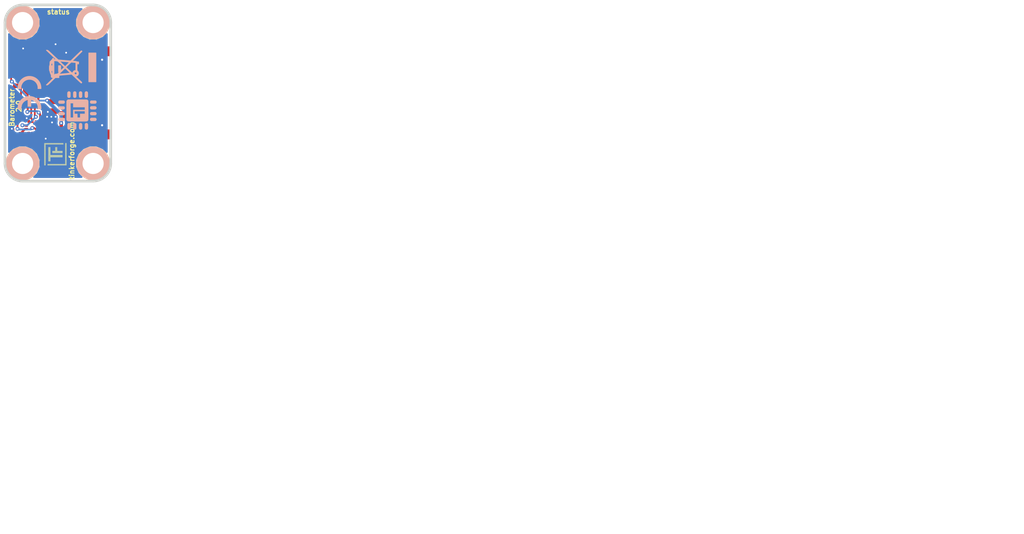
<source format=kicad_pcb>
(kicad_pcb (version 4) (host pcbnew 4.0.2+dfsg1-stable)
  (title_block (title "Barometric Pressure Bricklet") (date 2017-09-14) (rev 2.0) (company "Tinkerforge GmbH") (comment 1 "Licensed under CERN OHL v.1.1") (comment 2 "Copyright (©) 2017, L.Lauer <lukas@tinkerforge.com>"))
  (layers (0 Vorderseite signal) (31 Rückseite signal hide) (34 B.Paste user) (35 F.Paste user) (36 B.SilkS user) (37 F.SilkS user) (38 B.Mask user) (39 F.Mask user) (44 Edge.Cuts user))
  (net 0 "")
  (net 1 GND)
  (net 2 VCC)
  (net 3 "Net-(P1-Pad1)")
  (net 4 "Net-(P1-Pad6)")
  (net 5 "Net-(C1-Pad1)")
  (net 6 "Net-(D1-Pad2)")
  (net 7 "Net-(P1-Pad4)")
  (net 8 "Net-(P1-Pad5)")
  (net 9 "Net-(P2-Pad1)")
  (net 10 "Net-(R1-Pad1)")
  (net 11 S-MISO)
  (net 12 S-MOSI)
  (net 13 S-CLK)
  (net 14 S-CS)
  (net 15 M-MISO)
  (net 16 M-MOSI)
  (net 17 M-CLK)
  (net 18 M-CS)
  (net 19 "Net-(RP2-Pad5)")
  (net 20 "Net-(RP2-Pad6)")
  (net 21 "Net-(RP2-Pad7)")
  (net 22 "Net-(RP2-Pad8)")
  (net 23 "Net-(U1-Pad2)")
  (net 24 "Net-(U1-Pad3)")
  (net 25 "Net-(P3-Pad2)")
  (net 26 "Net-(U1-Pad5)")
  (net 27 "Net-(U1-Pad6)")
  (net 28 "Net-(U1-Pad8)")
  (net 29 "Net-(U1-Pad11)")
  (net 30 "Net-(U1-Pad12)")
  (net 31 "Net-(U1-Pad13)")
  (net 32 "Net-(U1-Pad14)")
  (net 33 INT)
  (net 34 "Net-(U1-Pad21)")
  (module kicad-libraries:DRILL_NP (layer Vorderseite) (at 142.8242 93.12402 90)
    (fp_text reference U6 hide)
    (fp_text value DRILL hide)
    (pad "" np_thru_hole circle (at 0 0 90) (size 2.99974 2.99974) (drill 2.99974) (layers *.Cu *.Mask F.SilkS) (clearance 0.89916))
  )
  (module kicad-libraries:CE_5mm (layer Rückseite) (at 143.8 103.1 270)
    (fp_text reference VAL hide)
    (fp_text value CE_5mm hide)
  )
  (module kicad-libraries:Fiducial_Mark (layer Vorderseite) (at 147.3 114.6)
    (fp_text reference Fiducial_Mark hide)
    (fp_text value VAL** hide)
    (pad 1 smd circle (at 0 0) (size 1.00076 1.00076) (layers Vorderseite F.Paste F.Mask) (clearance 0.65024))
  )
  (module kicad-libraries:Fiducial_Mark (layer Vorderseite) (at 149.3 95.6)
    (fp_text reference Fiducial_Mark hide)
    (fp_text value VAL** hide)
    (pad 1 smd circle (at 0 0) (size 1.00076 1.00076) (layers Vorderseite F.Paste F.Mask) (clearance 0.65024))
  )
  (module kicad-libraries:Logo_31x31 (layer Vorderseite) (at 145.9 113.4 90)
    (fp_text reference G*** hide)
    (fp_text value Logo_31x31 hide)
  )
  (module kicad-libraries:DEBUG_PAD (layer Vorderseite) (at 141.8 102.1)
    (fp_text reference P2)
    (fp_text value CONN_01X01)
    (pad 1 smd circle (at 0 0) (size 0.7 0.7) (layers Vorderseite F.Paste F.Mask) (net 9 "Net-(P2-Pad1)"))
  )
  (module kicad-libraries:QFN24-4x4mm-0.5mm (layer Vorderseite) (at 144.3 100.1 225)
    (fp_text reference U1)
    (fp_text value XMC1XXX24)
    (pad 1 smd oval (at -2.025 -1.25 225) (size 1 0.3) (layers Vorderseite F.Paste F.Mask) (net 11 S-MISO))
    (pad 2 smd oval (at -2.025 -0.75 225) (size 1 0.3) (layers Vorderseite F.Paste F.Mask) (net 23 "Net-(U1-Pad2)"))
    (pad 3 smd oval (at -2.025 -0.25 225) (size 1 0.3) (layers Vorderseite F.Paste F.Mask) (net 24 "Net-(U1-Pad3)"))
    (pad 4 smd oval (at -2.025 0.25 225) (size 1 0.3) (layers Vorderseite F.Paste F.Mask) (net 25 "Net-(P3-Pad2)"))
    (pad 5 smd oval (at -2.025 0.75 225) (size 1 0.3) (layers Vorderseite F.Paste F.Mask) (net 26 "Net-(U1-Pad5)"))
    (pad 6 smd oval (at -2.025 1.25 225) (size 1 0.3) (layers Vorderseite F.Paste F.Mask) (net 27 "Net-(U1-Pad6)"))
    (pad 7 smd oval (at -1.25 2.025 315) (size 1 0.3) (layers Vorderseite F.Paste F.Mask) (net 10 "Net-(R1-Pad1)"))
    (pad 8 smd oval (at -0.75 2.025 315) (size 1 0.3) (layers Vorderseite F.Paste F.Mask) (net 28 "Net-(U1-Pad8)"))
    (pad 9 smd oval (at -0.25 2.025 315) (size 1 0.3) (layers Vorderseite F.Paste F.Mask) (net 1 GND))
    (pad 10 smd oval (at 0.25 2.025 315) (size 1 0.3) (layers Vorderseite F.Paste F.Mask) (net 2 VCC))
    (pad 11 smd oval (at 0.75 2.025 315) (size 1 0.3) (layers Vorderseite F.Paste F.Mask) (net 29 "Net-(U1-Pad11)"))
    (pad 12 smd oval (at 1.25 2.025 315) (size 1 0.3) (layers Vorderseite F.Paste F.Mask) (net 30 "Net-(U1-Pad12)"))
    (pad 13 smd oval (at 2.025 1.25 225) (size 1 0.3) (layers Vorderseite F.Paste F.Mask) (net 31 "Net-(U1-Pad13)"))
    (pad 14 smd oval (at 2.025 0.75 225) (size 1 0.3) (layers Vorderseite F.Paste F.Mask) (net 32 "Net-(U1-Pad14)"))
    (pad 15 smd oval (at 2.025 0.25 225) (size 1 0.3) (layers Vorderseite F.Paste F.Mask) (net 9 "Net-(P2-Pad1)"))
    (pad 16 smd oval (at 2.025 -0.25 225) (size 1 0.3) (layers Vorderseite F.Paste F.Mask) (net 33 INT))
    (pad 17 smd oval (at 2.025 -0.75 225) (size 1 0.3) (layers Vorderseite F.Paste F.Mask) (net 22 "Net-(RP2-Pad8)"))
    (pad 18 smd oval (at 2.025 -1.25 225) (size 1 0.3) (layers Vorderseite F.Paste F.Mask) (net 21 "Net-(RP2-Pad7)"))
    (pad 19 smd oval (at 1.25 -2.025 315) (size 1 0.3) (layers Vorderseite F.Paste F.Mask) (net 20 "Net-(RP2-Pad6)"))
    (pad 20 smd oval (at 0.75 -2.025 315) (size 1 0.3) (layers Vorderseite F.Paste F.Mask) (net 19 "Net-(RP2-Pad5)"))
    (pad 21 smd oval (at 0.25 -2.025 315) (size 1 0.3) (layers Vorderseite F.Paste F.Mask) (net 34 "Net-(U1-Pad21)"))
    (pad 22 smd oval (at -0.25 -2.025 315) (size 1 0.3) (layers Vorderseite F.Paste F.Mask) (net 14 S-CS))
    (pad 23 smd oval (at -0.75 -2.025 315) (size 1 0.3) (layers Vorderseite F.Paste F.Mask) (net 13 S-CLK))
    (pad 24 smd oval (at -1.25 -2.025 315) (size 1 0.3) (layers Vorderseite F.Paste F.Mask) (net 12 S-MOSI))
    (pad EXP smd rect (at 0.65 0.65 225) (size 1.3 1.3) (layers Vorderseite F.Paste F.Mask) (net 1 GND))
    (pad EXP smd rect (at 0.65 -0.65 225) (size 1.3 1.3) (layers Vorderseite F.Paste F.Mask) (net 1 GND))
    (pad EXP smd rect (at -0.65 0.65 225) (size 1.3 1.3) (layers Vorderseite F.Paste F.Mask) (net 1 GND))
    (pad EXP smd rect (at -0.65 -0.65 225) (size 1.3 1.3) (layers Vorderseite F.Paste F.Mask) (net 1 GND))
  )
  (module kicad-libraries:C0402E (layer Vorderseite) (at 149 98.7 90)
    (fp_text reference C1)
    (fp_text value 220pF)
    (pad 1 smd rect (at -0.65 0 90) (size 0.7 0.9) (layers Vorderseite F.Paste F.Mask) (net 5 "Net-(C1-Pad1)"))
    (pad 2 smd rect (at 0.65 0 90) (size 0.7 0.9) (layers Vorderseite F.Paste F.Mask) (net 1 GND))
  )
  (module kicad-libraries:C0805 (layer Vorderseite) (at 148.7 105.2 270)
    (fp_text reference C2)
    (fp_text value 10uF)
    (pad 1 smd rect (at -1.00076 0 270) (size 1.00076 1.24968) (layers Vorderseite F.Paste F.Mask) (net 2 VCC) (clearance 0.14986))
    (pad 2 smd rect (at 1.00076 0 270) (size 1.00076 1.24968) (layers Vorderseite F.Paste F.Mask) (net 1 GND) (clearance 0.14986))
  )
  (module kicad-libraries:C0603F (layer Vorderseite) (at 147.2 105 270)
    (fp_text reference C3)
    (fp_text value 1uF)
    (pad 1 smd rect (at -0.75 0 270) (size 0.9 0.9) (layers Vorderseite F.Paste F.Mask) (net 2 VCC))
    (pad 2 smd rect (at 0.75 0 270) (size 0.9 0.9) (layers Vorderseite F.Paste F.Mask) (net 1 GND))
  )
  (module kicad-libraries:C0603F (layer Vorderseite) (at 147 108.8 270)
    (fp_text reference C7)
    (fp_text value 1uF)
    (pad 1 smd rect (at -0.75 0 270) (size 0.9 0.9) (layers Vorderseite F.Paste F.Mask) (net 1 GND))
    (pad 2 smd rect (at 0.75 0 270) (size 0.9 0.9) (layers Vorderseite F.Paste F.Mask) (net 2 VCC))
  )
  (module kicad-libraries:D0603E (layer Vorderseite) (at 147.8 92.8)
    (fp_text reference D1)
    (fp_text value blue)
    (pad 1 smd rect (at -0.8501 0) (size 1.1 1) (layers Vorderseite F.Paste F.Mask) (net 2 VCC))
    (pad 2 smd rect (at 0.8501 0) (size 1.1 1) (layers Vorderseite F.Paste F.Mask) (net 6 "Net-(D1-Pad2)"))
  )
  (module kicad-libraries:CON-SENSOR2 (layer Vorderseite) (at 155.3 103.1 90)
    (fp_text reference P1)
    (fp_text value CON-SENSOR2)
    (pad 1 smd rect (at -3.75 -4.6 90) (size 0.6 1.8) (layers Vorderseite F.Paste F.Mask) (net 3 "Net-(P1-Pad1)"))
    (pad 2 smd rect (at -2.5 -4.6 90) (size 0.6 1.8) (layers Vorderseite F.Paste F.Mask) (net 1 GND))
    (pad EP smd rect (at -5.9 -1.2 90) (size 1.4 2.4) (layers Vorderseite F.Paste F.Mask) (net 1 GND))
    (pad EP smd rect (at 5.9 -1.2 90) (size 1.4 2.4) (layers Vorderseite F.Paste F.Mask) (net 1 GND))
    (pad 3 smd rect (at -1.25 -4.6 90) (size 0.6 1.8) (layers Vorderseite F.Paste F.Mask) (net 2 VCC))
    (pad 4 smd rect (at 0 -4.6 90) (size 0.6 1.8) (layers Vorderseite F.Paste F.Mask) (net 7 "Net-(P1-Pad4)"))
    (pad 5 smd rect (at 1.25 -4.6 90) (size 0.6 1.8) (layers Vorderseite F.Paste F.Mask) (net 8 "Net-(P1-Pad5)"))
    (pad 6 smd rect (at 2.5 -4.6 90) (size 0.6 1.8) (layers Vorderseite F.Paste F.Mask) (net 4 "Net-(P1-Pad6)"))
    (pad 7 smd rect (at 3.75 -4.6 90) (size 0.6 1.8) (layers Vorderseite F.Paste F.Mask) (net 5 "Net-(C1-Pad1)"))
  )
  (module kicad-libraries:SolderJumper (layer Vorderseite) (at 147.5 97.2 270)
    (fp_text reference P3)
    (fp_text value BOOT)
    (pad 2 smd rect (at 0.55 0 270) (size 0.3 1.4) (layers Vorderseite F.Mask) (net 25 "Net-(P3-Pad2)"))
    (pad 2 smd rect (at 0.15 0 270) (size 0.6 0.5) (layers Vorderseite F.Mask) (net 25 "Net-(P3-Pad2)"))
    (pad 1 smd rect (at -0.5 0 270) (size 0.4 1.4) (layers Vorderseite F.Mask) (net 1 GND))
    (pad 1 smd rect (at -0.225 0.55 270) (size 0.95 0.3) (layers Vorderseite F.Mask) (net 1 GND))
    (pad 1 smd rect (at -0.225 -0.55 270) (size 0.95 0.3) (layers Vorderseite F.Mask) (net 1 GND))
  )
  (module kicad-libraries:4X0402 (layer Vorderseite) (at 148.3 101.2 90)
    (fp_text reference RP1)
    (fp_text value 82)
    (pad 1 smd rect (at -0.7493 0.575 270) (size 0.29972 0.65) (layers Vorderseite F.Paste F.Mask) (net 7 "Net-(P1-Pad4)"))
    (pad 2 smd rect (at -0.24892 0.575 270) (size 0.29972 0.65) (layers Vorderseite F.Paste F.Mask) (net 8 "Net-(P1-Pad5)"))
    (pad 3 smd rect (at 0.24892 0.575 270) (size 0.29972 0.65) (layers Vorderseite F.Paste F.Mask) (net 4 "Net-(P1-Pad6)"))
    (pad 4 smd rect (at 0.7493 0.575 270) (size 0.29972 0.65) (layers Vorderseite F.Paste F.Mask) (net 5 "Net-(C1-Pad1)"))
    (pad 5 smd rect (at 0.7493 -0.575 90) (size 0.29972 0.65) (layers Vorderseite F.Paste F.Mask) (net 11 S-MISO))
    (pad 6 smd rect (at 0.24892 -0.575 90) (size 0.29972 0.65) (layers Vorderseite F.Paste F.Mask) (net 12 S-MOSI))
    (pad 7 smd rect (at -0.24892 -0.575 90) (size 0.29972 0.65) (layers Vorderseite F.Paste F.Mask) (net 13 S-CLK))
    (pad 8 smd rect (at -0.7493 -0.575 90) (size 0.29972 0.65) (layers Vorderseite F.Paste F.Mask) (net 14 S-CS))
  )
  (module kicad-libraries:HLGA-10L (layer Vorderseite) (at 144.2 108 180)
    (fp_text reference U2)
    (fp_text value LPS22HB)
    (pad 9 smd rect (at 0 -0.81 180) (size 0.35 0.375) (layers Vorderseite F.Paste F.Mask) (net 1 GND))
    (pad 10 smd rect (at 0.5 -0.81 180) (size 0.35 0.375) (layers Vorderseite F.Paste F.Mask) (net 2 VCC))
    (pad 8 smd rect (at -0.5 -0.81 180) (size 0.35 0.375) (layers Vorderseite F.Paste F.Mask) (net 1 GND))
    (pad 4 smd rect (at 0 0.81 180) (size 0.35 0.375) (layers Vorderseite F.Paste F.Mask) (net 16 M-MOSI))
    (pad 3 smd rect (at 0.5 0.81 180) (size 0.35 0.375) (layers Vorderseite F.Paste F.Mask) (net 1 GND))
    (pad 5 smd rect (at -0.5 0.81 180) (size 0.35 0.375) (layers Vorderseite F.Paste F.Mask) (net 15 M-MISO))
    (pad 7 smd rect (at -0.81 -0.25 270) (size 0.35 0.375) (layers Vorderseite F.Paste F.Mask) (net 33 INT))
    (pad 6 smd rect (at -0.81 0.25 270) (size 0.35 0.375) (layers Vorderseite F.Paste F.Mask) (net 18 M-CS))
    (pad 1 smd rect (at 0.81 -0.25 270) (size 0.35 0.375) (layers Vorderseite F.Paste F.Mask) (net 2 VCC))
    (pad 2 smd rect (at 0.81 0.25 270) (size 0.35 0.375) (layers Vorderseite F.Paste F.Mask) (net 17 M-CLK))
  )
  (module kicad-libraries:DRILL_NP (layer Vorderseite) (at 152.82418 93.12402)
    (fp_text reference U3 hide)
    (fp_text value DRILL hide)
    (pad "" np_thru_hole circle (at 0 0) (size 2.99974 2.99974) (drill 2.99974) (layers *.Cu *.Mask F.SilkS) (clearance 0.89916))
  )
  (module kicad-libraries:DRILL_NP (layer Vorderseite) (at 152.82418 113.12398 90)
    (fp_text reference U4 hide)
    (fp_text value DRILL hide)
    (pad "" np_thru_hole circle (at 0 0 90) (size 2.99974 2.99974) (drill 2.99974) (layers *.Cu *.Mask F.SilkS) (clearance 0.89916))
  )
  (module kicad-libraries:DRILL_NP (layer Vorderseite) (at 142.8242 113.12398)
    (fp_text reference U5 hide)
    (fp_text value DRILL hide)
    (pad "" np_thru_hole circle (at 0 0) (size 2.99974 2.99974) (drill 2.99974) (layers *.Cu *.Mask F.SilkS) (clearance 0.89916))
  )
  (module kicad-libraries:C0402E (layer Vorderseite) (at 142 109.1)
    (fp_text reference C5)
    (fp_text value 100nF)
    (pad 1 smd rect (at -0.65 0) (size 0.7 0.9) (layers Vorderseite F.Paste F.Mask) (net 1 GND))
    (pad 2 smd rect (at 0.65 0) (size 0.7 0.9) (layers Vorderseite F.Paste F.Mask) (net 2 VCC))
  )
  (module kicad-libraries:C0402E (layer Vorderseite) (at 144.8 109.6)
    (fp_text reference C6)
    (fp_text value 100nF)
    (pad 1 smd rect (at -0.65 0) (size 0.7 0.9) (layers Vorderseite F.Paste F.Mask) (net 2 VCC))
    (pad 2 smd rect (at 0.65 0) (size 0.7 0.9) (layers Vorderseite F.Paste F.Mask) (net 1 GND))
  )
  (module kicad-libraries:C0402E (layer Vorderseite) (at 141.9 97.8 225)
    (fp_text reference C4)
    (fp_text value 100n)
    (pad 1 smd rect (at -0.65 0 225) (size 0.7 0.9) (layers Vorderseite F.Paste F.Mask) (net 1 GND))
    (pad 2 smd rect (at 0.65 0 225) (size 0.7 0.9) (layers Vorderseite F.Paste F.Mask) (net 2 VCC))
  )
  (module kicad-libraries:4X0402 (layer Vorderseite) (at 144.3 104.5)
    (fp_text reference RP2)
    (fp_text value 82)
    (pad 1 smd rect (at -0.7493 0.575 180) (size 0.29972 0.65) (layers Vorderseite F.Paste F.Mask) (net 15 M-MISO))
    (pad 2 smd rect (at -0.24892 0.575 180) (size 0.29972 0.65) (layers Vorderseite F.Paste F.Mask) (net 16 M-MOSI))
    (pad 3 smd rect (at 0.24892 0.575 180) (size 0.29972 0.65) (layers Vorderseite F.Paste F.Mask) (net 17 M-CLK))
    (pad 4 smd rect (at 0.7493 0.575 180) (size 0.29972 0.65) (layers Vorderseite F.Paste F.Mask) (net 18 M-CS))
    (pad 5 smd rect (at 0.7493 -0.575) (size 0.29972 0.65) (layers Vorderseite F.Paste F.Mask) (net 19 "Net-(RP2-Pad5)"))
    (pad 6 smd rect (at 0.24892 -0.575) (size 0.29972 0.65) (layers Vorderseite F.Paste F.Mask) (net 20 "Net-(RP2-Pad6)"))
    (pad 7 smd rect (at -0.24892 -0.575) (size 0.29972 0.65) (layers Vorderseite F.Paste F.Mask) (net 21 "Net-(RP2-Pad7)"))
    (pad 8 smd rect (at -0.7493 -0.575) (size 0.29972 0.65) (layers Vorderseite F.Paste F.Mask) (net 22 "Net-(RP2-Pad8)"))
  )
  (module kicad-libraries:R0603F (layer Vorderseite) (at 146.9 95.2 45)
    (fp_text reference R1)
    (fp_text value 1k)
    (pad 1 smd rect (at -0.75 0 45) (size 0.9 0.9) (layers Vorderseite F.Paste F.Mask) (net 10 "Net-(R1-Pad1)"))
    (pad 2 smd rect (at 0.75 0 45) (size 0.9 0.9) (layers Vorderseite F.Paste F.Mask) (net 6 "Net-(D1-Pad2)"))
  )
  (module kicad-libraries:WEEE_7mm (layer Rückseite) (at 149.7 99.5 270)
    (fp_text reference VAL hide)
    (fp_text value WEEE_7mm hide)
  )
  (module kicad-libraries:Logo_CoMCU (layer Rückseite) (at 150.6 105.6 270)
    (fp_text reference G*** hide)
    (fp_text value LOGO hide)
  )
  (gr_text status (at 147.9 91.6) (layer F.SilkS) (effects (font (size 0.7 0.7))))
  (gr_text 2.0 (at 142.3 105 90) (layer F.SilkS) (effects (font (size 0.7 0.7))))
  (gr_text tinkerforge.com (at 149.8 111.3 90) (layer F.SilkS) (effects (font (size 0.7 0.7))))
  (gr_line (start 140.32738 93.12402) (end 140.32738 113.12398) (angle 90) (layer Edge.Cuts) (width 0.381))
  (gr_line (start 152.82672 90.62212) (end 142.82674 90.62212) (angle 90) (layer Edge.Cuts) (width 0.381))
  (gr_line (start 155.32608 113.12398) (end 155.32608 93.12402) (angle 90) (layer Edge.Cuts) (width 0.381))
  (gr_line (start 142.82674 115.62334) (end 152.82672 115.62334) (angle 90) (layer Edge.Cuts) (width 0.381))
  (gr_arc (start 152.82672 93.12402) (end 152.82672 90.62212) (angle 90) (layer Edge.Cuts) (width 0.381))
  (gr_arc (start 142.82674 93.12402) (end 140.32738 93.12402) (angle 90) (layer Edge.Cuts) (width 0.381))
  (gr_arc (start 142.82674 113.12398) (end 142.82674 115.62334) (angle 90) (layer Edge.Cuts) (width 0.381))
  (gr_arc (start 152.82672 113.12398) (end 155.32608 113.12398) (angle 90) (layer Edge.Cuts) (width 0.381))
  (gr_text Barometer (at 141.3 105.2 90) (layer F.SilkS) (effects (font (size 0.7 0.7))))
  (segment (start 147 108.05) (end 147 107.3) (width 0.29972) (layer Vorderseite) (net 1))
  (via (at 147 107.3) (size 0.55) (drill 0.25) (layers Vorderseite Rückseite) (net 1))
  (segment (start 145.219239 100.1) (end 145 100.1) (width 0.29972) (layer Vorderseite) (net 1))
  (segment (start 145 100.1) (end 144.3 100.8) (width 0.29972) (layer Vorderseite) (net 1))
  (segment (start 144.3 100.8) (end 144 100.8) (width 0.29972) (layer Vorderseite) (net 1))
  (segment (start 144 100.8) (end 143.1 99.9) (width 0.29972) (layer Vorderseite) (net 1))
  (segment (start 143.1 99.9) (end 144.1 98.9) (width 0.29972) (layer Vorderseite) (net 1))
  (segment (start 144.1 98.9) (end 144.3 99.180761) (width 0.29972) (layer Vorderseite) (net 1))
  (segment (start 148.05 96.975) (end 148.05 96.75) (width 0.29972) (layer Vorderseite) (net 1))
  (segment (start 148.05 96.75) (end 148 96.7) (width 0.29972) (layer Vorderseite) (net 1))
  (segment (start 148 96.7) (end 147.5 96.7) (width 0.29972) (layer Vorderseite) (net 1))
  (segment (start 147.5 96.7) (end 147.5 96.2) (width 0.29972) (layer Vorderseite) (net 1))
  (via (at 147.5 96.2) (size 0.55) (drill 0.25) (layers Vorderseite Rückseite) (net 1))
  (segment (start 143.7 107.19) (end 143.7 107) (width 0.25) (layer Vorderseite) (net 1))
  (via (at 143.4 106.7) (size 0.55) (drill 0.25) (layers Vorderseite Rückseite) (net 1))
  (segment (start 143.7 107) (end 143.4 106.7) (width 0.25) (layer Vorderseite) (net 1))
  (segment (start 144.3 99.180761) (end 143.734314 99.180761) (width 0.25) (layer Vorderseite) (net 1))
  (segment (start 143.734314 99.180761) (end 143.044885 98.491332) (width 0.25) (layer Vorderseite) (net 1))
  (segment (start 142.359619 97.340381) (end 142.9 96.8) (width 0.55) (layer Vorderseite) (net 1))
  (via (at 142.9 96.8) (size 0.55) (drill 0.25) (layers Vorderseite Rückseite) (net 1))
  (segment (start 143.044885 98.491332) (end 143.044885 98.444885) (width 0.25) (layer Vorderseite) (net 1))
  (segment (start 143.044885 98.444885) (end 142.359619 97.759619) (width 0.25) (layer Vorderseite) (net 1))
  (segment (start 142.359619 97.759619) (end 142.359619 97.340381) (width 0.25) (layer Vorderseite) (net 1))
  (segment (start 145.45 109.6) (end 146.1 109.6) (width 0.29972) (layer Vorderseite) (net 1))
  (via (at 146.1 109.6) (size 0.55) (drill 0.25) (layers Vorderseite Rückseite) (net 1))
  (segment (start 144.7 108.81) (end 145.01 108.81) (width 0.29972) (layer Vorderseite) (net 1))
  (segment (start 145.01 108.81) (end 145.45 109.25) (width 0.29972) (layer Vorderseite) (net 1))
  (segment (start 145.45 109.25) (end 145.45 109.6) (width 0.29972) (layer Vorderseite) (net 1))
  (segment (start 144.2 108.81) (end 144.7 108.81) (width 0.29972) (layer Vorderseite) (net 1))
  (segment (start 141.35 109.1) (end 141.35 108.25) (width 0.59944) (layer Vorderseite) (net 1))
  (via (at 141.3 108.2) (size 0.55) (drill 0.25) (layers Vorderseite Rückseite) (net 1))
  (segment (start 141.35 108.25) (end 141.3 108.2) (width 0.59944) (layer Vorderseite) (net 1))
  (segment (start 154.1 109) (end 154.1 107.7) (width 0.8001) (layer Vorderseite) (net 1))
  (via (at 154.1 107.7) (size 0.7) (drill 0.3) (layers Vorderseite Rückseite) (net 1))
  (segment (start 154.1 97.2) (end 154.1 98.4) (width 0.8001) (layer Vorderseite) (net 1))
  (via (at 154.1 98.4) (size 0.7) (drill 0.3) (layers Vorderseite Rückseite) (net 1))
  (segment (start 146.3 106.5) (end 146.45 106.5) (width 0.55) (layer Vorderseite) (net 1))
  (via (at 146.3 106.5) (size 0.55) (drill 0.25) (layers Vorderseite Rückseite) (net 1))
  (segment (start 146.45 106.5) (end 147.2 105.75) (width 0.55) (layer Vorderseite) (net 1))
  (segment (start 147.15 105.8) (end 146.4 105.8) (width 0.55) (layer Vorderseite) (net 1))
  (segment (start 146.3 105.9) (end 146.4 105.8) (width 0.55) (layer Vorderseite) (net 1))
  (via (at 146.4 105.8) (size 0.55) (drill 0.25) (layers Vorderseite Rückseite) (net 1))
  (segment (start 146.3 106.5) (end 146.9 106.5) (width 0.55) (layer Vorderseite) (net 1))
  (via (at 146.9 106.5) (size 0.55) (drill 0.25) (layers Vorderseite Rückseite) (net 1))
  (segment (start 147.5 106.5) (end 147.2 106.2) (width 0.55) (layer Vorderseite) (net 1))
  (via (at 147.5 106.5) (size 0.55) (drill 0.25) (layers Vorderseite Rückseite) (net 1))
  (segment (start 146.9 106.5) (end 147.5 106.5) (width 0.55) (layer Vorderseite) (net 1))
  (segment (start 146.3 106.5) (end 146.3 105.9) (width 0.55) (layer Vorderseite) (net 1))
  (segment (start 147.15 105.8) (end 147.2 105.75) (width 0.55) (layer Vorderseite) (net 1))
  (segment (start 147.2 105.75) (end 147.2 106.2) (width 0.55) (layer Vorderseite) (net 1))
  (segment (start 148.7 106.20076) (end 148.30076 106.20076) (width 0.55) (layer Vorderseite) (net 1))
  (segment (start 148.30076 106.20076) (end 147.85 105.75) (width 0.55) (layer Vorderseite) (net 1))
  (segment (start 147.85 105.75) (end 147.2 105.75) (width 0.55) (layer Vorderseite) (net 1))
  (segment (start 150.7 105.6) (end 150 105.6) (width 0.55) (layer Vorderseite) (net 1))
  (segment (start 150 105.6) (end 149.39924 106.20076) (width 0.55) (layer Vorderseite) (net 1))
  (segment (start 149.39924 106.20076) (end 148.7 106.20076) (width 0.55) (layer Vorderseite) (net 1))
  (segment (start 149 98.05) (end 149 97.4) (width 0.55) (layer Vorderseite) (net 1))
  (via (at 149 97.4) (size 0.55) (drill 0.25) (layers Vorderseite Rückseite) (net 1))
  (segment (start 146.3 104.2) (end 144 104.2) (width 0.25) (layer Rückseite) (net 2))
  (segment (start 141.2 101.4) (end 141.2 98.5) (width 0.25) (layer Vorderseite) (net 2))
  (segment (start 141.3 101.5) (end 141.2 101.4) (width 0.25) (layer Vorderseite) (net 2))
  (via (at 141.3 101.5) (size 0.55) (drill 0.25) (layers Vorderseite Rückseite) (net 2))
  (segment (start 144 104.2) (end 141.3 101.5) (width 0.25) (layer Rückseite) (net 2))
  (segment (start 141.2 98.5) (end 141.440381 98.259619) (width 0.25) (layer Vorderseite) (net 2))
  (segment (start 144.15 110.5) (end 146.4 110.5) (width 0.5) (layer Vorderseite) (net 2))
  (segment (start 146.4 110.5) (end 147 109.9) (width 0.5) (layer Vorderseite) (net 2))
  (segment (start 147 109.9) (end 147 109.55) (width 0.5) (layer Vorderseite) (net 2))
  (segment (start 147 109.55) (end 147.05 109.5) (width 0.5) (layer Vorderseite) (net 2))
  (segment (start 147.05 109.5) (end 147.7 109.5) (width 0.5) (layer Vorderseite) (net 2))
  (segment (start 147.7 109.5) (end 148.3 108.9) (width 0.5) (layer Vorderseite) (net 2))
  (segment (start 148.3 108.9) (end 148.3 107.4) (width 0.5) (layer Vorderseite) (net 2))
  (via (at 148.3 107.4) (size 0.55) (drill 0.25) (layers Vorderseite Rückseite) (net 2))
  (segment (start 148.3 107.4) (end 148.3 106.2) (width 0.5) (layer Rückseite) (net 2))
  (segment (start 148.3 106.2) (end 146.3 104.2) (width 0.5) (layer Rückseite) (net 2))
  (segment (start 146.3 104.2) (end 146.3 104.2) (width 0.5) (layer Rückseite) (net 2))
  (segment (start 141.440381 98.259619) (end 141.440381 98.040381) (width 0.25) (layer Vorderseite) (net 2))
  (segment (start 141.440381 98.040381) (end 141.1 97.7) (width 0.25) (layer Vorderseite) (net 2))
  (segment (start 146.9499 93.6501) (end 146.9499 92.8) (width 0.25) (layer Vorderseite) (net 2))
  (segment (start 144.6 96) (end 146.9499 93.6501) (width 0.25) (layer Vorderseite) (net 2))
  (segment (start 142.5 96) (end 144.6 96) (width 0.25) (layer Vorderseite) (net 2))
  (segment (start 141.1 97.4) (end 142.5 96) (width 0.25) (layer Vorderseite) (net 2))
  (segment (start 141.1 97.7) (end 141.1 97.4) (width 0.25) (layer Vorderseite) (net 2))
  (segment (start 141.440381 98.259619) (end 141.440381 98.140381) (width 0.25) (layer Vorderseite) (net 2))
  (segment (start 142.691332 98.844885) (end 142.644885 98.844885) (width 0.25) (layer Vorderseite) (net 2))
  (segment (start 142.644885 98.844885) (end 142.3 98.5) (width 0.25) (layer Vorderseite) (net 2))
  (segment (start 142.3 98.5) (end 141.680762 98.5) (width 0.25) (layer Vorderseite) (net 2))
  (segment (start 141.680762 98.5) (end 141.440381 98.259619) (width 0.25) (layer Vorderseite) (net 2))
  (segment (start 146.35 104.25) (end 147.2 104.25) (width 0.5) (layer Vorderseite) (net 2))
  (segment (start 146.3 104.2) (end 146.35 104.25) (width 0.5) (layer Vorderseite) (net 2))
  (via (at 146.3 104.2) (size 0.55) (drill 0.25) (layers Vorderseite Rückseite) (net 2))
  (segment (start 144.15 109.6) (end 144.15 110.5) (width 0.5) (layer Vorderseite) (net 2))
  (segment (start 144.15 110.5) (end 144.2 110.5) (width 0.5) (layer Vorderseite) (net 2))
  (segment (start 142.65 109.1) (end 142.65 109.55) (width 0.5) (layer Vorderseite) (net 2))
  (segment (start 142.65 109.55) (end 143.6 110.5) (width 0.5) (layer Vorderseite) (net 2))
  (segment (start 143.6 110.5) (end 144.2 110.5) (width 0.5) (layer Vorderseite) (net 2))
  (segment (start 142.65 109.1) (end 142.65 108.75) (width 0.29972) (layer Vorderseite) (net 2))
  (segment (start 142.65 108.75) (end 143.15 108.25) (width 0.29972) (layer Vorderseite) (net 2))
  (segment (start 143.15 108.25) (end 143.39 108.25) (width 0.29972) (layer Vorderseite) (net 2))
  (segment (start 143.7 108.81) (end 143.7 109.15) (width 0.29972) (layer Vorderseite) (net 2))
  (segment (start 143.7 109.15) (end 144.15 109.6) (width 0.29972) (layer Vorderseite) (net 2))
  (segment (start 148.7 104.19924) (end 147.25076 104.19924) (width 0.55) (layer Vorderseite) (net 2))
  (segment (start 147.25076 104.19924) (end 147.2 104.25) (width 0.55) (layer Vorderseite) (net 2))
  (segment (start 150.7 104.35) (end 148.85076 104.35) (width 0.55) (layer Vorderseite) (net 2))
  (segment (start 148.85076 104.35) (end 148.7 104.19924) (width 0.55) (layer Vorderseite) (net 2))
  (segment (start 150.7 100.6) (end 149.9 100.6) (width 0.25) (layer Vorderseite) (net 4))
  (segment (start 149.9 100.6) (end 149.54892 100.95108) (width 0.25) (layer Vorderseite) (net 4))
  (segment (start 149.54892 100.95108) (end 148.875 100.95108) (width 0.25) (layer Vorderseite) (net 4))
  (segment (start 150.7 99.35) (end 149 99.35) (width 0.25) (layer Vorderseite) (net 5))
  (segment (start 148.875 100.4507) (end 148.875 99.475) (width 0.25) (layer Vorderseite) (net 5))
  (segment (start 148.875 99.475) (end 149 99.35) (width 0.25) (layer Vorderseite) (net 5))
  (segment (start 148.8 100.3757) (end 148.875 100.4507) (width 0.25) (layer Vorderseite) (net 5))
  (segment (start 147.43033 94.66967) (end 148.3 93.8) (width 0.25) (layer Vorderseite) (net 6))
  (segment (start 148.5 93.6) (end 148.5 92.9501) (width 0.25) (layer Vorderseite) (net 6))
  (segment (start 148.3 93.8) (end 148.5 93.6) (width 0.25) (layer Vorderseite) (net 6))
  (segment (start 148.5 92.9501) (end 148.6501 92.8) (width 0.25) (layer Vorderseite) (net 6))
  (segment (start 148.3 93.1501) (end 148.6501 92.8) (width 0.25) (layer Vorderseite) (net 6))
  (segment (start 148.875 101.9493) (end 149.0493 101.9493) (width 0.25) (layer Vorderseite) (net 7))
  (segment (start 149.0493 101.9493) (end 149.4 102.3) (width 0.25) (layer Vorderseite) (net 7))
  (segment (start 149.4 102.3) (end 149.4 102.8) (width 0.25) (layer Vorderseite) (net 7))
  (segment (start 149.4 102.8) (end 149.7 103.1) (width 0.25) (layer Vorderseite) (net 7))
  (segment (start 149.7 103.1) (end 150.7 103.1) (width 0.25) (layer Vorderseite) (net 7))
  (segment (start 150.7 101.85) (end 149.95 101.85) (width 0.25) (layer Vorderseite) (net 8))
  (segment (start 149.95 101.85) (end 149.54892 101.44892) (width 0.25) (layer Vorderseite) (net 8))
  (segment (start 149.54892 101.44892) (end 148.875 101.44892) (width 0.25) (layer Vorderseite) (net 8))
  (segment (start 141.8 102.1) (end 141.946447 102.1) (width 0.25) (layer Vorderseite) (net 9))
  (segment (start 141.946447 102.1) (end 142.691332 101.355115) (width 0.25) (layer Vorderseite) (net 9))
  (segment (start 143.751992 97.784225) (end 143.751992 97.751992) (width 0.25) (layer Vorderseite) (net 10))
  (segment (start 143.751992 97.751992) (end 143.5 97.5) (width 0.25) (layer Vorderseite) (net 10))
  (segment (start 143.5 97.5) (end 143.5 97.1) (width 0.25) (layer Vorderseite) (net 10))
  (segment (start 143.5 97.1) (end 143.8 96.8) (width 0.25) (layer Vorderseite) (net 10))
  (segment (start 143.8 96.8) (end 145.3 96.8) (width 0.25) (layer Vorderseite) (net 10))
  (segment (start 145.3 96.8) (end 146.36967 95.73033) (width 0.25) (layer Vorderseite) (net 10))
  (segment (start 146.615775 99.551992) (end 146.615775 99.715775) (width 0.25) (layer Vorderseite) (net 11))
  (segment (start 146.615775 99.715775) (end 147.3507 100.4507) (width 0.25) (layer Vorderseite) (net 11))
  (segment (start 147.3507 100.4507) (end 147.725 100.4507) (width 0.25) (layer Vorderseite) (net 11))
  (segment (start 147.725 100.95108) (end 146.918847 100.95108) (width 0.25) (layer Vorderseite) (net 12))
  (segment (start 146.918847 100.95108) (end 146.615775 100.648008) (width 0.25) (layer Vorderseite) (net 12))
  (segment (start 146.818847 100.95108) (end 146.615775 100.748008) (width 0.25) (layer Vorderseite) (net 12))
  (segment (start 147.725 101.44892) (end 146.70958 101.44892) (width 0.25) (layer Vorderseite) (net 13))
  (segment (start 146.70958 101.44892) (end 146.262221 101.001561) (width 0.25) (layer Vorderseite) (net 13))
  (segment (start 147.725 101.9493) (end 146.502853 101.9493) (width 0.25) (layer Vorderseite) (net 14))
  (segment (start 146.502853 101.9493) (end 145.908668 101.355115) (width 0.25) (layer Vorderseite) (net 14))
  (segment (start 143.5507 105.075) (end 143.5507 105.7493) (width 0.25) (layer Vorderseite) (net 15))
  (segment (start 145.01 107.19) (end 144.7 107.19) (width 0.25) (layer Vorderseite) (net 15))
  (segment (start 145.3 106.9) (end 145.01 107.19) (width 0.25) (layer Vorderseite) (net 15))
  (segment (start 145.3 106.1) (end 145.3 106.9) (width 0.25) (layer Vorderseite) (net 15))
  (segment (start 145.1 105.9) (end 145.3 106.1) (width 0.25) (layer Vorderseite) (net 15))
  (via (at 145.1 105.9) (size 0.55) (drill 0.25) (layers Vorderseite Rückseite) (net 15))
  (segment (start 144.9 105.7) (end 145.1 105.9) (width 0.25) (layer Rückseite) (net 15))
  (segment (start 143.6 105.7) (end 144.9 105.7) (width 0.25) (layer Rückseite) (net 15))
  (segment (start 143.5 105.8) (end 143.6 105.7) (width 0.25) (layer Rückseite) (net 15))
  (via (at 143.5 105.8) (size 0.55) (drill 0.25) (layers Vorderseite Rückseite) (net 15))
  (segment (start 143.5507 105.7493) (end 143.5 105.8) (width 0.25) (layer Vorderseite) (net 15))
  (segment (start 144.05108 105.075) (end 144.05108 106.75108) (width 0.25) (layer Vorderseite) (net 16))
  (segment (start 144.2 106.9) (end 144.2 107.19) (width 0.25) (layer Vorderseite) (net 16))
  (segment (start 144.05108 106.75108) (end 144.2 106.9) (width 0.25) (layer Vorderseite) (net 16))
  (segment (start 144.54892 105.075) (end 144.54892 106.34892) (width 0.25) (layer Vorderseite) (net 17))
  (segment (start 142.85 107.75) (end 143.39 107.75) (width 0.25) (layer Vorderseite) (net 17))
  (segment (start 142.8 107.7) (end 142.85 107.75) (width 0.25) (layer Vorderseite) (net 17))
  (via (at 142.8 107.7) (size 0.55) (drill 0.25) (layers Vorderseite Rückseite) (net 17))
  (segment (start 143.5 107.7) (end 142.8 107.7) (width 0.25) (layer Rückseite) (net 17))
  (segment (start 144.7 106.5) (end 143.5 107.7) (width 0.25) (layer Rückseite) (net 17))
  (via (at 144.7 106.5) (size 0.55) (drill 0.25) (layers Vorderseite Rückseite) (net 17))
  (segment (start 144.54892 106.34892) (end 144.7 106.5) (width 0.25) (layer Vorderseite) (net 17))
  (segment (start 145.0493 105.075) (end 145.575 105.075) (width 0.25) (layer Vorderseite) (net 18))
  (segment (start 145.35 107.75) (end 145.01 107.75) (width 0.25) (layer Vorderseite) (net 18))
  (segment (start 145.7 107.4) (end 145.35 107.75) (width 0.25) (layer Vorderseite) (net 18))
  (segment (start 145.7 105.2) (end 145.7 107.4) (width 0.25) (layer Vorderseite) (net 18))
  (segment (start 145.575 105.075) (end 145.7 105.2) (width 0.25) (layer Vorderseite) (net 18))
  (segment (start 145.0493 105.075) (end 145.0493 105.1493) (width 0.25) (layer Vorderseite) (net 18))
  (segment (start 145.201561 102.062221) (end 145.201561 102.101561) (width 0.25) (layer Vorderseite) (net 19))
  (segment (start 145.201561 102.101561) (end 145.6 102.5) (width 0.25) (layer Vorderseite) (net 19))
  (segment (start 145.6 102.5) (end 145.6 102.8) (width 0.25) (layer Vorderseite) (net 19))
  (segment (start 145.6 102.8) (end 145.0493 103.3507) (width 0.25) (layer Vorderseite) (net 19))
  (segment (start 145.0493 103.3507) (end 145.0493 103.925) (width 0.25) (layer Vorderseite) (net 19))
  (segment (start 144.848008 102.415775) (end 144.848008 102.451992) (width 0.25) (layer Vorderseite) (net 20))
  (segment (start 144.848008 102.451992) (end 144.54892 102.75108) (width 0.25) (layer Vorderseite) (net 20))
  (segment (start 144.54892 102.75108) (end 144.54892 103.925) (width 0.25) (layer Vorderseite) (net 20))
  (segment (start 144.848008 102.415775) (end 144.784225 102.415775) (width 0.25) (layer Vorderseite) (net 20))
  (segment (start 143.751992 102.415775) (end 143.751992 102.451992) (width 0.25) (layer Vorderseite) (net 21))
  (segment (start 143.751992 102.451992) (end 144.05108 102.75108) (width 0.25) (layer Vorderseite) (net 21))
  (segment (start 144.05108 102.75108) (end 144.05108 103.925) (width 0.25) (layer Vorderseite) (net 21))
  (segment (start 143.751992 102.415775) (end 143.751992 102.448008) (width 0.25) (layer Vorderseite) (net 21))
  (segment (start 143.398439 102.062221) (end 143.337779 102.062221) (width 0.25) (layer Vorderseite) (net 22))
  (segment (start 143.337779 102.062221) (end 143 102.4) (width 0.25) (layer Vorderseite) (net 22))
  (segment (start 143.5507 103.3507) (end 143.5507 103.925) (width 0.25) (layer Vorderseite) (net 22))
  (segment (start 143 102.8) (end 143.5507 103.3507) (width 0.25) (layer Vorderseite) (net 22))
  (segment (start 143 102.4) (end 143 102.8) (width 0.25) (layer Vorderseite) (net 22))
  (segment (start 143.398439 102.062221) (end 143.398439 102.101561) (width 0.25) (layer Vorderseite) (net 22))
  (segment (start 147.5 97.75) (end 146.25 97.75) (width 0.25) (layer Vorderseite) (net 25))
  (segment (start 146.25 97.75) (end 145.555115 98.444885) (width 0.25) (layer Vorderseite) (net 25))
  (segment (start 145.555115 98.444885) (end 145.555115 98.491332) (width 0.25) (layer Vorderseite) (net 25))
  (segment (start 145.555115 98.491332) (end 145.608668 98.491332) (width 0.25) (layer Vorderseite) (net 25))
  (segment (start 143.044885 101.708668) (end 143.044885 101.755115) (width 0.25) (layer Vorderseite) (net 33))
  (segment (start 143.044885 101.755115) (end 142.6 102.2) (width 0.25) (layer Vorderseite) (net 33))
  (segment (start 144.65 108.25) (end 145.01 108.25) (width 0.25) (layer Vorderseite) (net 33))
  (segment (start 144.5 108.1) (end 144.65 108.25) (width 0.25) (layer Vorderseite) (net 33))
  (segment (start 144.2 108.1) (end 144.5 108.1) (width 0.25) (layer Vorderseite) (net 33))
  (via (at 144.2 108.1) (size 0.55) (drill 0.25) (layers Vorderseite Rückseite) (net 33))
  (segment (start 144 108.3) (end 144.2 108.1) (width 0.25) (layer Rückseite) (net 33))
  (segment (start 142.2 108.3) (end 144 108.3) (width 0.25) (layer Rückseite) (net 33))
  (segment (start 142.1 108.2) (end 142.2 108.3) (width 0.25) (layer Rückseite) (net 33))
  (via (at 142.1 108.2) (size 0.55) (drill 0.25) (layers Vorderseite Rückseite) (net 33))
  (segment (start 142.1 107.5) (end 142.1 108.2) (width 0.25) (layer Vorderseite) (net 33))
  (segment (start 142.6 107) (end 142.1 107.5) (width 0.25) (layer Vorderseite) (net 33))
  (segment (start 142.6 102.2) (end 142.6 107) (width 0.25) (layer Vorderseite) (net 33))
  (zone (net 1) (net_name GND) (layer Rückseite) (connect_pads (clearance 0.24892)) (min_thickness 0.24892) (fill yes (arc_segments 16) (thermal_gap 0.29972) (thermal_bridge_width 0.29972))
    (polygon (pts (xy 155.32608 115.62334) (xy 155.32608 90.62212) (xy 140.32738 90.62212) (xy 140.32738 115.62334)))
  )
)
</source>
